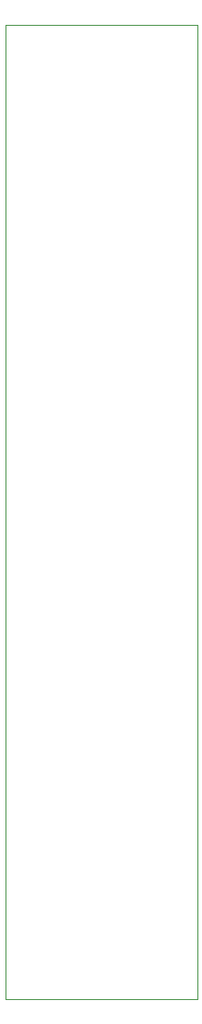
<source format=gbr>
%TF.GenerationSoftware,KiCad,Pcbnew,8.0.1*%
%TF.CreationDate,2025-01-22T20:34:06-07:00*%
%TF.ProjectId,VibrationBand,56696272-6174-4696-9f6e-42616e642e6b,rev?*%
%TF.SameCoordinates,Original*%
%TF.FileFunction,Profile,NP*%
%FSLAX46Y46*%
G04 Gerber Fmt 4.6, Leading zero omitted, Abs format (unit mm)*
G04 Created by KiCad (PCBNEW 8.0.1) date 2025-01-22 20:34:06*
%MOMM*%
%LPD*%
G01*
G04 APERTURE LIST*
%TA.AperFunction,Profile*%
%ADD10C,0.050000*%
%TD*%
G04 APERTURE END LIST*
D10*
X104210000Y-47660000D02*
X121950000Y-47660000D01*
X121950000Y-137190000D01*
X104210000Y-137190000D01*
X104210000Y-47660000D01*
M02*

</source>
